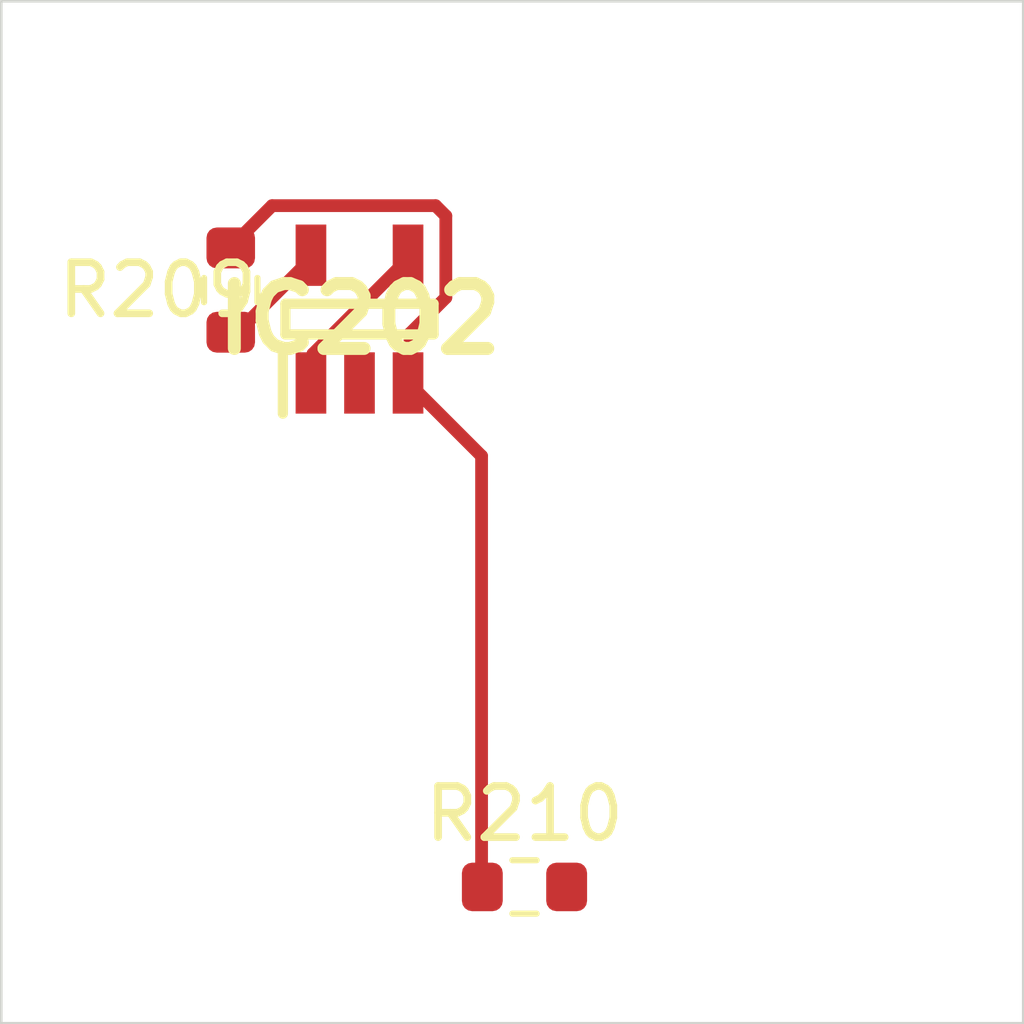
<source format=kicad_pcb>
 ( kicad_pcb  ( version 20171130 )
 ( host pcbnew 5.1.12-84ad8e8a86~92~ubuntu18.04.1 )
 ( general  ( thickness 1.6 )
 ( drawings 4 )
 ( tracks 0 )
 ( zones 0 )
 ( modules 3 )
 ( nets 5 )
)
 ( page A4 )
 ( layers  ( 0 F.Cu signal )
 ( 31 B.Cu signal )
 ( 32 B.Adhes user )
 ( 33 F.Adhes user )
 ( 34 B.Paste user )
 ( 35 F.Paste user )
 ( 36 B.SilkS user )
 ( 37 F.SilkS user )
 ( 38 B.Mask user )
 ( 39 F.Mask user )
 ( 40 Dwgs.User user )
 ( 41 Cmts.User user )
 ( 42 Eco1.User user )
 ( 43 Eco2.User user )
 ( 44 Edge.Cuts user )
 ( 45 Margin user )
 ( 46 B.CrtYd user )
 ( 47 F.CrtYd user )
 ( 48 B.Fab user )
 ( 49 F.Fab user )
)
 ( setup  ( last_trace_width 0.25 )
 ( trace_clearance 0.2 )
 ( zone_clearance 0.508 )
 ( zone_45_only no )
 ( trace_min 0.2 )
 ( via_size 0.8 )
 ( via_drill 0.4 )
 ( via_min_size 0.4 )
 ( via_min_drill 0.3 )
 ( uvia_size 0.3 )
 ( uvia_drill 0.1 )
 ( uvias_allowed no )
 ( uvia_min_size 0.2 )
 ( uvia_min_drill 0.1 )
 ( edge_width 0.05 )
 ( segment_width 0.2 )
 ( pcb_text_width 0.3 )
 ( pcb_text_size 1.5 1.5 )
 ( mod_edge_width 0.12 )
 ( mod_text_size 1 1 )
 ( mod_text_width 0.15 )
 ( pad_size 1.524 1.524 )
 ( pad_drill 0.762 )
 ( pad_to_mask_clearance 0 )
 ( aux_axis_origin 0 0 )
 ( visible_elements FFFFFF7F )
 ( pcbplotparams  ( layerselection 0x010fc_ffffffff )
 ( usegerberextensions false )
 ( usegerberattributes true )
 ( usegerberadvancedattributes true )
 ( creategerberjobfile true )
 ( excludeedgelayer true )
 ( linewidth 0.100000 )
 ( plotframeref false )
 ( viasonmask false )
 ( mode 1 )
 ( useauxorigin false )
 ( hpglpennumber 1 )
 ( hpglpenspeed 20 )
 ( hpglpendiameter 15.000000 )
 ( psnegative false )
 ( psa4output false )
 ( plotreference true )
 ( plotvalue true )
 ( plotinvisibletext false )
 ( padsonsilk false )
 ( subtractmaskfromsilk false )
 ( outputformat 1 )
 ( mirror false )
 ( drillshape 1 )
 ( scaleselection 1 )
 ( outputdirectory "" )
)
)
 ( net 0 "" )
 ( net 1 GND )
 ( net 2 VDDA )
 ( net 3 /Sheet6235D886/vp )
 ( net 4 "Net-(IC202-Pad3)" )
 ( net_class Default "This is the default net class."  ( clearance 0.2 )
 ( trace_width 0.25 )
 ( via_dia 0.8 )
 ( via_drill 0.4 )
 ( uvia_dia 0.3 )
 ( uvia_drill 0.1 )
 ( add_net /Sheet6235D886/vp )
 ( add_net GND )
 ( add_net "Net-(IC202-Pad3)" )
 ( add_net VDDA )
)
 ( module SOT95P280X145-5N locked  ( layer F.Cu )
 ( tedit 62336ED7 )
 ( tstamp 623423ED )
 ( at 87.010600 106.220000 90.000000 )
 ( descr DBV0005A )
 ( tags "Integrated Circuit" )
 ( path /6235D887/6266C08E )
 ( attr smd )
 ( fp_text reference IC202  ( at 0 0 )
 ( layer F.SilkS )
 ( effects  ( font  ( size 1.27 1.27 )
 ( thickness 0.254 )
)
)
)
 ( fp_text value TL071HIDBVR  ( at 0 0 )
 ( layer F.SilkS )
hide  ( effects  ( font  ( size 1.27 1.27 )
 ( thickness 0.254 )
)
)
)
 ( fp_line  ( start -1.85 -1.5 )
 ( end -0.65 -1.5 )
 ( layer F.SilkS )
 ( width 0.2 )
)
 ( fp_line  ( start -0.3 1.45 )
 ( end -0.3 -1.45 )
 ( layer F.SilkS )
 ( width 0.2 )
)
 ( fp_line  ( start 0.3 1.45 )
 ( end -0.3 1.45 )
 ( layer F.SilkS )
 ( width 0.2 )
)
 ( fp_line  ( start 0.3 -1.45 )
 ( end 0.3 1.45 )
 ( layer F.SilkS )
 ( width 0.2 )
)
 ( fp_line  ( start -0.3 -1.45 )
 ( end 0.3 -1.45 )
 ( layer F.SilkS )
 ( width 0.2 )
)
 ( fp_line  ( start -0.8 -0.5 )
 ( end 0.15 -1.45 )
 ( layer Dwgs.User )
 ( width 0.1 )
)
 ( fp_line  ( start -0.8 1.45 )
 ( end -0.8 -1.45 )
 ( layer Dwgs.User )
 ( width 0.1 )
)
 ( fp_line  ( start 0.8 1.45 )
 ( end -0.8 1.45 )
 ( layer Dwgs.User )
 ( width 0.1 )
)
 ( fp_line  ( start 0.8 -1.45 )
 ( end 0.8 1.45 )
 ( layer Dwgs.User )
 ( width 0.1 )
)
 ( fp_line  ( start -0.8 -1.45 )
 ( end 0.8 -1.45 )
 ( layer Dwgs.User )
 ( width 0.1 )
)
 ( fp_line  ( start -2.1 1.775 )
 ( end -2.1 -1.775 )
 ( layer Dwgs.User )
 ( width 0.05 )
)
 ( fp_line  ( start 2.1 1.775 )
 ( end -2.1 1.775 )
 ( layer Dwgs.User )
 ( width 0.05 )
)
 ( fp_line  ( start 2.1 -1.775 )
 ( end 2.1 1.775 )
 ( layer Dwgs.User )
 ( width 0.05 )
)
 ( fp_line  ( start -2.1 -1.775 )
 ( end 2.1 -1.775 )
 ( layer Dwgs.User )
 ( width 0.05 )
)
 ( pad 1 smd rect  ( at -1.25 -0.95 180.000000 )
 ( size 0.6 1.2 )
 ( layers F.Cu F.Mask F.Paste )
 ( net 3 /Sheet6235D886/vp )
)
 ( pad 2 smd rect  ( at -1.25 0 180.000000 )
 ( size 0.6 1.2 )
 ( layers F.Cu F.Mask F.Paste )
 ( net 1 GND )
)
 ( pad 3 smd rect  ( at -1.25 0.95 180.000000 )
 ( size 0.6 1.2 )
 ( layers F.Cu F.Mask F.Paste )
 ( net 4 "Net-(IC202-Pad3)" )
)
 ( pad 4 smd rect  ( at 1.25 0.95 180.000000 )
 ( size 0.6 1.2 )
 ( layers F.Cu F.Mask F.Paste )
 ( net 3 /Sheet6235D886/vp )
)
 ( pad 5 smd rect  ( at 1.25 -0.95 180.000000 )
 ( size 0.6 1.2 )
 ( layers F.Cu F.Mask F.Paste )
 ( net 2 VDDA )
)
)
 ( module Resistor_SMD:R_0603_1608Metric  ( layer F.Cu )
 ( tedit 5F68FEEE )
 ( tstamp 62342595 )
 ( at 84.491200 105.652000 90.000000 )
 ( descr "Resistor SMD 0603 (1608 Metric), square (rectangular) end terminal, IPC_7351 nominal, (Body size source: IPC-SM-782 page 72, https://www.pcb-3d.com/wordpress/wp-content/uploads/ipc-sm-782a_amendment_1_and_2.pdf), generated with kicad-footprint-generator" )
 ( tags resistor )
 ( path /6235D887/623CDBD9 )
 ( attr smd )
 ( fp_text reference R209  ( at 0 -1.43 )
 ( layer F.SilkS )
 ( effects  ( font  ( size 1 1 )
 ( thickness 0.15 )
)
)
)
 ( fp_text value 100k  ( at 0 1.43 )
 ( layer F.Fab )
 ( effects  ( font  ( size 1 1 )
 ( thickness 0.15 )
)
)
)
 ( fp_line  ( start -0.8 0.4125 )
 ( end -0.8 -0.4125 )
 ( layer F.Fab )
 ( width 0.1 )
)
 ( fp_line  ( start -0.8 -0.4125 )
 ( end 0.8 -0.4125 )
 ( layer F.Fab )
 ( width 0.1 )
)
 ( fp_line  ( start 0.8 -0.4125 )
 ( end 0.8 0.4125 )
 ( layer F.Fab )
 ( width 0.1 )
)
 ( fp_line  ( start 0.8 0.4125 )
 ( end -0.8 0.4125 )
 ( layer F.Fab )
 ( width 0.1 )
)
 ( fp_line  ( start -0.237258 -0.5225 )
 ( end 0.237258 -0.5225 )
 ( layer F.SilkS )
 ( width 0.12 )
)
 ( fp_line  ( start -0.237258 0.5225 )
 ( end 0.237258 0.5225 )
 ( layer F.SilkS )
 ( width 0.12 )
)
 ( fp_line  ( start -1.48 0.73 )
 ( end -1.48 -0.73 )
 ( layer F.CrtYd )
 ( width 0.05 )
)
 ( fp_line  ( start -1.48 -0.73 )
 ( end 1.48 -0.73 )
 ( layer F.CrtYd )
 ( width 0.05 )
)
 ( fp_line  ( start 1.48 -0.73 )
 ( end 1.48 0.73 )
 ( layer F.CrtYd )
 ( width 0.05 )
)
 ( fp_line  ( start 1.48 0.73 )
 ( end -1.48 0.73 )
 ( layer F.CrtYd )
 ( width 0.05 )
)
 ( fp_text user %R  ( at 0 0 )
 ( layer F.Fab )
 ( effects  ( font  ( size 0.4 0.4 )
 ( thickness 0.06 )
)
)
)
 ( pad 1 smd roundrect  ( at -0.825 0 90.000000 )
 ( size 0.8 0.95 )
 ( layers F.Cu F.Mask F.Paste )
 ( roundrect_rratio 0.25 )
 ( net 2 VDDA )
)
 ( pad 2 smd roundrect  ( at 0.825 0 90.000000 )
 ( size 0.8 0.95 )
 ( layers F.Cu F.Mask F.Paste )
 ( roundrect_rratio 0.25 )
 ( net 4 "Net-(IC202-Pad3)" )
)
 ( model ${KISYS3DMOD}/Resistor_SMD.3dshapes/R_0603_1608Metric.wrl  ( at  ( xyz 0 0 0 )
)
 ( scale  ( xyz 1 1 1 )
)
 ( rotate  ( xyz 0 0 0 )
)
)
)
 ( module Resistor_SMD:R_0603_1608Metric  ( layer F.Cu )
 ( tedit 5F68FEEE )
 ( tstamp 623425A6 )
 ( at 90.239700 117.333000 )
 ( descr "Resistor SMD 0603 (1608 Metric), square (rectangular) end terminal, IPC_7351 nominal, (Body size source: IPC-SM-782 page 72, https://www.pcb-3d.com/wordpress/wp-content/uploads/ipc-sm-782a_amendment_1_and_2.pdf), generated with kicad-footprint-generator" )
 ( tags resistor )
 ( path /6235D887/623CDBDF )
 ( attr smd )
 ( fp_text reference R210  ( at 0 -1.43 )
 ( layer F.SilkS )
 ( effects  ( font  ( size 1 1 )
 ( thickness 0.15 )
)
)
)
 ( fp_text value 100k  ( at 0 1.43 )
 ( layer F.Fab )
 ( effects  ( font  ( size 1 1 )
 ( thickness 0.15 )
)
)
)
 ( fp_line  ( start 1.48 0.73 )
 ( end -1.48 0.73 )
 ( layer F.CrtYd )
 ( width 0.05 )
)
 ( fp_line  ( start 1.48 -0.73 )
 ( end 1.48 0.73 )
 ( layer F.CrtYd )
 ( width 0.05 )
)
 ( fp_line  ( start -1.48 -0.73 )
 ( end 1.48 -0.73 )
 ( layer F.CrtYd )
 ( width 0.05 )
)
 ( fp_line  ( start -1.48 0.73 )
 ( end -1.48 -0.73 )
 ( layer F.CrtYd )
 ( width 0.05 )
)
 ( fp_line  ( start -0.237258 0.5225 )
 ( end 0.237258 0.5225 )
 ( layer F.SilkS )
 ( width 0.12 )
)
 ( fp_line  ( start -0.237258 -0.5225 )
 ( end 0.237258 -0.5225 )
 ( layer F.SilkS )
 ( width 0.12 )
)
 ( fp_line  ( start 0.8 0.4125 )
 ( end -0.8 0.4125 )
 ( layer F.Fab )
 ( width 0.1 )
)
 ( fp_line  ( start 0.8 -0.4125 )
 ( end 0.8 0.4125 )
 ( layer F.Fab )
 ( width 0.1 )
)
 ( fp_line  ( start -0.8 -0.4125 )
 ( end 0.8 -0.4125 )
 ( layer F.Fab )
 ( width 0.1 )
)
 ( fp_line  ( start -0.8 0.4125 )
 ( end -0.8 -0.4125 )
 ( layer F.Fab )
 ( width 0.1 )
)
 ( fp_text user %R  ( at 0 0 )
 ( layer F.Fab )
 ( effects  ( font  ( size 0.4 0.4 )
 ( thickness 0.06 )
)
)
)
 ( pad 2 smd roundrect  ( at 0.825 0 )
 ( size 0.8 0.95 )
 ( layers F.Cu F.Mask F.Paste )
 ( roundrect_rratio 0.25 )
 ( net 1 GND )
)
 ( pad 1 smd roundrect  ( at -0.825 0 )
 ( size 0.8 0.95 )
 ( layers F.Cu F.Mask F.Paste )
 ( roundrect_rratio 0.25 )
 ( net 4 "Net-(IC202-Pad3)" )
)
 ( model ${KISYS3DMOD}/Resistor_SMD.3dshapes/R_0603_1608Metric.wrl  ( at  ( xyz 0 0 0 )
)
 ( scale  ( xyz 1 1 1 )
)
 ( rotate  ( xyz 0 0 0 )
)
)
)
 ( gr_line  ( start 100 100 )
 ( end 100 120 )
 ( layer Edge.Cuts )
 ( width 0.05 )
 ( tstamp 62E770C4 )
)
 ( gr_line  ( start 80 120 )
 ( end 100 120 )
 ( layer Edge.Cuts )
 ( width 0.05 )
 ( tstamp 62E770C0 )
)
 ( gr_line  ( start 80 100 )
 ( end 100 100 )
 ( layer Edge.Cuts )
 ( width 0.05 )
 ( tstamp 6234110C )
)
 ( gr_line  ( start 80 100 )
 ( end 80 120 )
 ( layer Edge.Cuts )
 ( width 0.05 )
)
 ( segment  ( start 84.500001 106.500002 )
 ( end 84.600001 106.500002 )
 ( width 0.250000 )
 ( layer F.Cu )
 ( net 2 )
)
 ( segment  ( start 84.600001 106.500002 )
 ( end 86.100001 105.000002 )
 ( width 0.250000 )
 ( layer F.Cu )
 ( net 2 )
)
 ( segment  ( start 88.000001 105.000002 )
 ( end 86.100001 106.900002 )
 ( width 0.250000 )
 ( layer F.Cu )
 ( net 3 )
)
 ( segment  ( start 86.100001 106.900002 )
 ( end 86.100001 107.500002 )
 ( width 0.250000 )
 ( layer F.Cu )
 ( net 3 )
)
 ( segment  ( start 84.500001 104.800002 )
 ( end 85.300001 104.000002 )
 ( width 0.250000 )
 ( layer F.Cu )
 ( net 4 )
)
 ( segment  ( start 85.300001 104.000002 )
 ( end 88.500001 104.000002 )
 ( width 0.250000 )
 ( layer F.Cu )
 ( net 4 )
)
 ( segment  ( start 88.500001 104.000002 )
 ( end 88.700001 104.200002 )
 ( width 0.250000 )
 ( layer F.Cu )
 ( net 4 )
)
 ( segment  ( start 88.700001 104.200002 )
 ( end 88.700001 105.800002 )
 ( width 0.250000 )
 ( layer F.Cu )
 ( net 4 )
)
 ( segment  ( start 88.700001 105.800002 )
 ( end 88.000001 106.500002 )
 ( width 0.250000 )
 ( layer F.Cu )
 ( net 4 )
)
 ( segment  ( start 88.000001 106.500002 )
 ( end 88.000001 107.500002 )
 ( width 0.250000 )
 ( layer F.Cu )
 ( net 4 )
)
 ( segment  ( start 89.400001 117.300002 )
 ( end 89.400001 108.900002 )
 ( width 0.250000 )
 ( layer F.Cu )
 ( net 4 )
)
 ( segment  ( start 89.400001 108.900002 )
 ( end 88.000001 107.500002 )
 ( width 0.250000 )
 ( layer F.Cu )
 ( net 4 )
)
)

</source>
